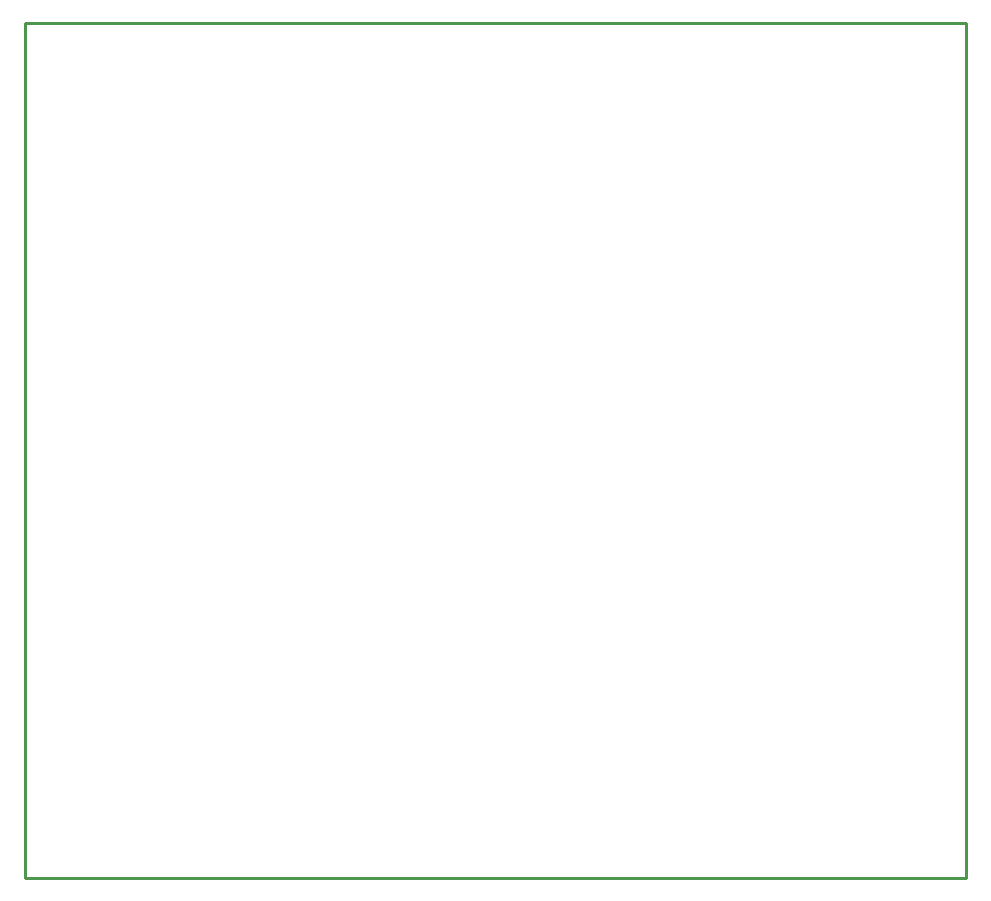
<source format=gbr>
G04 EAGLE Gerber X2 export*
%TF.Part,Single*%
%TF.FileFunction,Profile,NP*%
%TF.FilePolarity,Positive*%
%TF.GenerationSoftware,Autodesk,EAGLE,8.6.3*%
%TF.CreationDate,2018-04-24T10:21:06Z*%
G75*
%MOMM*%
%FSLAX34Y34*%
%LPD*%
%AMOC8*
5,1,8,0,0,1.08239X$1,22.5*%
G01*
%ADD10C,0.254000*%


D10*
X12700Y0D02*
X809500Y0D01*
X809500Y723800D01*
X12700Y723800D01*
X12700Y0D01*
M02*

</source>
